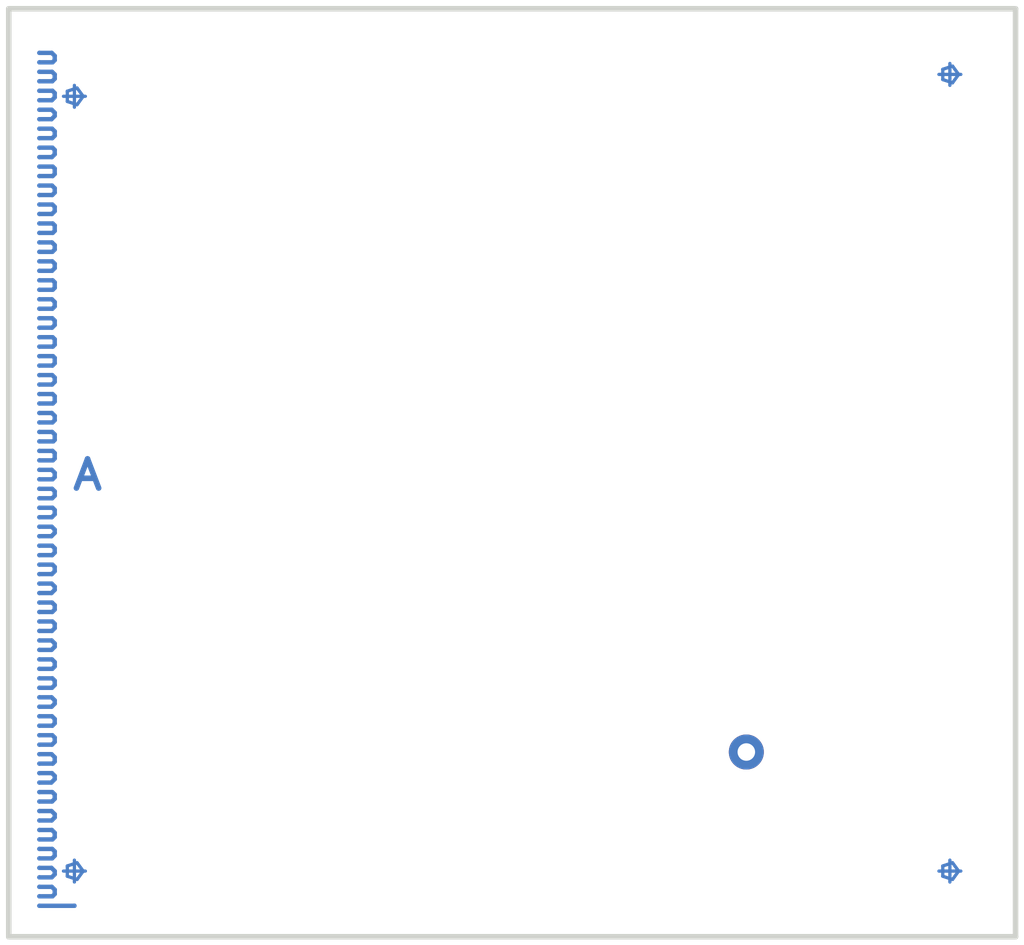
<source format=kicad_pcb>
(kicad_pcb (version 20171130) (host pcbnew "(5.1.10)-1")

  (general
    (thickness 1.6)
    (drawings 457)
    (tracks 355)
    (zones 0)
    (modules 0)
    (nets 1)
  )

  (page A4)
  (layers
    (0 F.Cu signal)
    (31 B.Cu signal)
    (32 B.Adhes user)
    (33 F.Adhes user)
    (34 B.Paste user)
    (35 F.Paste user)
    (36 B.SilkS user)
    (37 F.SilkS user)
    (38 B.Mask user)
    (39 F.Mask user hide)
    (40 Dwgs.User user)
    (41 Cmts.User user)
    (42 Eco1.User user)
    (43 Eco2.User user)
    (44 Edge.Cuts user)
  )

  (setup
    (last_trace_width 0.25)
    (trace_clearance 0.2)
    (zone_clearance 0.508)
    (zone_45_only no)
    (trace_min 0.2)
    (via_size 0.8)
    (via_drill 0.4)
    (via_min_size 0.4)
    (via_min_drill 0.3)
    (uvia_size 0.3)
    (uvia_drill 0.1)
    (uvias_allowed no)
    (uvia_min_size 0.2)
    (uvia_min_drill 0.1)
    (edge_width 0.05)
    (segment_width 0.2)
    (pcb_text_width 0.3)
    (pcb_text_size 1.5 1.5)
    (mod_edge_width 0.12)
    (mod_text_size 1 1)
    (mod_text_width 0.15)
    (pad_size 1.524 1.524)
    (pad_drill 0.762)
    (pad_to_mask_clearance 0)
    (aux_axis_origin 0 0)
    (visible_elements FFFFFF7F)
    (pcbplotparams
      (layerselection 0x010fc_ffffffff)
      (usegerberextensions false)
      (usegerberattributes true)
      (usegerberadvancedattributes true)
      (creategerberjobfile true)
      (excludeedgelayer true)
      (linewidth 0.100000)
      (plotframeref false)
      (viasonmask false)
      (mode 1)
      (useauxorigin false)
      (hpglpennumber 1)
      (hpglpenspeed 20)
      (hpglpendiameter 15.000000)
      (psnegative false)
      (psa4output false)
      (plotreference true)
      (plotvalue true)
      (plotinvisibletext false)
      (padsonsilk false)
      (subtractmaskfromsilk false)
      (outputformat 1)
      (mirror false)
      (drillshape 1)
      (scaleselection 1)
      (outputdirectory ""))
  )

  (net 0 "")

  (net_class Default "This is the default net class."
    (clearance 0.2)
    (trace_width 0.25)
    (via_dia 0.8)
    (via_drill 0.4)
    (uvia_dia 0.3)
    (uvia_drill 0.1)
  )

  (gr_line (start 60.054 -50.054) (end 82.946 -50.054) (layer B.Mask) (width 0.254))
  (gr_line (start 60.054 -50.18) (end 82.946 -50.18) (layer B.Mask) (width 0.254))
  (gr_line (start 60.054 -50.306) (end 82.946 -50.306) (layer B.Mask) (width 0.254))
  (gr_line (start 60.054 -50.432) (end 82.946 -50.432) (layer B.Mask) (width 0.254))
  (gr_line (start 60.054 -50.559) (end 82.946 -50.559) (layer B.Mask) (width 0.254))
  (gr_line (start 60.054 -50.685) (end 82.946 -50.685) (layer B.Mask) (width 0.254))
  (gr_line (start 60.054 -50.811) (end 82.946 -50.811) (layer B.Mask) (width 0.254))
  (gr_line (start 60.054 -50.938) (end 82.946 -50.938) (layer B.Mask) (width 0.254))
  (gr_line (start 60.054 -51.064) (end 82.946 -51.064) (layer B.Mask) (width 0.254))
  (gr_line (start 60.054 -51.19) (end 82.946 -51.19) (layer B.Mask) (width 0.254))
  (gr_line (start 60.054 -51.316) (end 82.946 -51.316) (layer B.Mask) (width 0.254))
  (gr_line (start 60.054 -51.443) (end 82.946 -51.443) (layer B.Mask) (width 0.254))
  (gr_line (start 60.054 -51.569) (end 82.946 -51.569) (layer B.Mask) (width 0.254))
  (gr_line (start 60.054 -51.695) (end 82.946 -51.695) (layer B.Mask) (width 0.254))
  (gr_line (start 60.054 -51.822) (end 82.946 -51.822) (layer B.Mask) (width 0.254))
  (gr_line (start 60.054 -51.948) (end 82.946 -51.948) (layer B.Mask) (width 0.254))
  (gr_line (start 60.054 -52.074) (end 82.946 -52.074) (layer B.Mask) (width 0.254))
  (gr_line (start 60.054 -52.2) (end 82.946 -52.2) (layer B.Mask) (width 0.254))
  (gr_line (start 60.054 -52.327) (end 82.946 -52.327) (layer B.Mask) (width 0.254))
  (gr_line (start 60.054 -52.453) (end 82.946 -52.453) (layer B.Mask) (width 0.254))
  (gr_line (start 60.054 -52.579) (end 82.946 -52.579) (layer B.Mask) (width 0.254))
  (gr_line (start 60.054 -52.706) (end 82.946 -52.706) (layer B.Mask) (width 0.254))
  (gr_line (start 60.054 -52.832) (end 82.946 -52.832) (layer B.Mask) (width 0.254))
  (gr_line (start 60.054 -52.958) (end 82.946 -52.958) (layer B.Mask) (width 0.254))
  (gr_line (start 60.054 -53.084) (end 82.946 -53.084) (layer B.Mask) (width 0.254))
  (gr_line (start 60.054 -53.211) (end 82.946 -53.211) (layer B.Mask) (width 0.254))
  (gr_line (start 60.054 -53.337) (end 82.946 -53.337) (layer B.Mask) (width 0.254))
  (gr_line (start 60.054 -53.463) (end 82.946 -53.463) (layer B.Mask) (width 0.254))
  (gr_line (start 60.054 -53.59) (end 82.946 -53.59) (layer B.Mask) (width 0.254))
  (gr_line (start 60.054 -53.716) (end 82.946 -53.716) (layer B.Mask) (width 0.254))
  (gr_line (start 60.054 -53.842) (end 82.946 -53.842) (layer B.Mask) (width 0.254))
  (gr_line (start 60.054 -53.968) (end 82.946 -53.968) (layer B.Mask) (width 0.254))
  (gr_line (start 60.054 -54.095) (end 82.946 -54.095) (layer B.Mask) (width 0.254))
  (gr_line (start 60.054 -54.221) (end 82.946 -54.221) (layer B.Mask) (width 0.254))
  (gr_line (start 60.054 -54.347) (end 82.946 -54.347) (layer B.Mask) (width 0.254))
  (gr_line (start 60.054 -54.474) (end 82.946 -54.474) (layer B.Mask) (width 0.254))
  (gr_line (start 60.054 -54.6) (end 82.946 -54.6) (layer B.Mask) (width 0.254))
  (gr_line (start 60.054 -54.726) (end 82.946 -54.726) (layer B.Mask) (width 0.254))
  (gr_line (start 60.054 -54.853) (end 82.946 -54.853) (layer B.Mask) (width 0.254))
  (gr_line (start 60.054 -54.979) (end 82.946 -54.979) (layer B.Mask) (width 0.254))
  (gr_line (start 60.054 -55.105) (end 82.946 -55.105) (layer B.Mask) (width 0.254))
  (gr_line (start 60.054 -55.231) (end 82.946 -55.231) (layer B.Mask) (width 0.254))
  (gr_line (start 60.054 -55.358) (end 82.946 -55.358) (layer B.Mask) (width 0.254))
  (gr_line (start 60.054 -55.484) (end 82.946 -55.484) (layer B.Mask) (width 0.254))
  (gr_line (start 60.054 -55.61) (end 82.946 -55.61) (layer B.Mask) (width 0.254))
  (gr_line (start 60.054 -55.737) (end 82.946 -55.737) (layer B.Mask) (width 0.254))
  (gr_line (start 60.054 -55.863) (end 82.946 -55.863) (layer B.Mask) (width 0.254))
  (gr_line (start 60.054 -55.989) (end 82.946 -55.989) (layer B.Mask) (width 0.254))
  (gr_line (start 60.054 -56.115) (end 82.946 -56.115) (layer B.Mask) (width 0.254))
  (gr_line (start 60.054 -56.242) (end 82.946 -56.242) (layer B.Mask) (width 0.254))
  (gr_line (start 60.054 -56.368) (end 82.946 -56.368) (layer B.Mask) (width 0.254))
  (gr_line (start 60.054 -56.494) (end 82.946 -56.494) (layer B.Mask) (width 0.254))
  (gr_line (start 60.054 -56.621) (end 82.946 -56.621) (layer B.Mask) (width 0.254))
  (gr_line (start 60.054 -56.747) (end 82.946 -56.747) (layer B.Mask) (width 0.254))
  (gr_line (start 60.054 -56.873) (end 82.946 -56.873) (layer B.Mask) (width 0.254))
  (gr_line (start 60.054 -56.999) (end 82.946 -56.999) (layer B.Mask) (width 0.254))
  (gr_line (start 60.054 -57.126) (end 82.946 -57.126) (layer B.Mask) (width 0.254))
  (gr_line (start 60.054 -57.252) (end 82.946 -57.252) (layer B.Mask) (width 0.254))
  (gr_line (start 60.054 -57.378) (end 82.946 -57.378) (layer B.Mask) (width 0.254))
  (gr_line (start 60.054 -57.505) (end 82.946 -57.505) (layer B.Mask) (width 0.254))
  (gr_line (start 60.054 -57.631) (end 82.946 -57.631) (layer B.Mask) (width 0.254))
  (gr_line (start 60.054 -57.757) (end 82.946 -57.757) (layer B.Mask) (width 0.254))
  (gr_line (start 60.054 -57.883) (end 82.946 -57.883) (layer B.Mask) (width 0.254))
  (gr_line (start 60.054 -58.01) (end 82.946 -58.01) (layer B.Mask) (width 0.254))
  (gr_line (start 60.054 -58.136) (end 82.946 -58.136) (layer B.Mask) (width 0.254))
  (gr_line (start 60.054 -58.262) (end 82.946 -58.262) (layer B.Mask) (width 0.254))
  (gr_line (start 60.054 -58.389) (end 82.946 -58.389) (layer B.Mask) (width 0.254))
  (gr_line (start 60.054 -58.515) (end 82.946 -58.515) (layer B.Mask) (width 0.254))
  (gr_line (start 60.054 -58.641) (end 82.946 -58.641) (layer B.Mask) (width 0.254))
  (gr_line (start 60.054 -58.768) (end 82.946 -58.768) (layer B.Mask) (width 0.254))
  (gr_line (start 60.054 -58.894) (end 82.946 -58.894) (layer B.Mask) (width 0.254))
  (gr_line (start 60.054 -59.02) (end 82.946 -59.02) (layer B.Mask) (width 0.254))
  (gr_line (start 60.054 -59.146) (end 82.946 -59.146) (layer B.Mask) (width 0.254))
  (gr_line (start 60.054 -59.273) (end 82.946 -59.273) (layer B.Mask) (width 0.254))
  (gr_line (start 60.054 -59.399) (end 82.946 -59.399) (layer B.Mask) (width 0.254))
  (gr_line (start 60.054 -59.525) (end 82.946 -59.525) (layer B.Mask) (width 0.254))
  (gr_line (start 60.054 -59.652) (end 82.946 -59.652) (layer B.Mask) (width 0.254))
  (gr_line (start 60.054 -59.778) (end 82.946 -59.778) (layer B.Mask) (width 0.254))
  (gr_line (start 60.054 -59.904) (end 82.946 -59.904) (layer B.Mask) (width 0.254))
  (gr_line (start 60.054 -60.03) (end 82.946 -60.03) (layer B.Mask) (width 0.254))
  (gr_line (start 60.054 -60.157) (end 82.946 -60.157) (layer B.Mask) (width 0.254))
  (gr_line (start 60.054 -60.283) (end 82.946 -60.283) (layer B.Mask) (width 0.254))
  (gr_line (start 60.054 -60.409) (end 82.946 -60.409) (layer B.Mask) (width 0.254))
  (gr_line (start 60.054 -60.536) (end 82.946 -60.536) (layer B.Mask) (width 0.254))
  (gr_line (start 60.054 -60.662) (end 82.946 -60.662) (layer B.Mask) (width 0.254))
  (gr_line (start 60.054 -60.788) (end 82.946 -60.788) (layer B.Mask) (width 0.254))
  (gr_line (start 60.054 -60.914) (end 82.946 -60.914) (layer B.Mask) (width 0.254))
  (gr_line (start 60.054 -61.041) (end 82.946 -61.041) (layer B.Mask) (width 0.254))
  (gr_line (start 60.054 -61.167) (end 82.946 -61.167) (layer B.Mask) (width 0.254))
  (gr_line (start 60.054 -61.293) (end 82.946 -61.293) (layer B.Mask) (width 0.254))
  (gr_line (start 60.054 -61.42) (end 82.946 -61.42) (layer B.Mask) (width 0.254))
  (gr_line (start 60.054 -61.546) (end 82.946 -61.546) (layer B.Mask) (width 0.254))
  (gr_line (start 60.054 -61.672) (end 82.946 -61.672) (layer B.Mask) (width 0.254))
  (gr_line (start 60.054 -61.798) (end 82.946 -61.798) (layer B.Mask) (width 0.254))
  (gr_line (start 60.054 -61.925) (end 82.946 -61.925) (layer B.Mask) (width 0.254))
  (gr_line (start 60.054 -62.051) (end 82.946 -62.051) (layer B.Mask) (width 0.254))
  (gr_line (start 60.054 -62.177) (end 82.946 -62.177) (layer B.Mask) (width 0.254))
  (gr_line (start 60.054 -62.304) (end 82.946 -62.304) (layer B.Mask) (width 0.254))
  (gr_line (start 60.054 -62.43) (end 82.946 -62.43) (layer B.Mask) (width 0.254))
  (gr_line (start 60.054 -62.556) (end 82.946 -62.556) (layer B.Mask) (width 0.254))
  (gr_line (start 60.054 -62.683) (end 82.946 -62.683) (layer B.Mask) (width 0.254))
  (gr_line (start 60.054 -62.809) (end 82.946 -62.809) (layer B.Mask) (width 0.254))
  (gr_line (start 60.054 -62.935) (end 82.946 -62.935) (layer B.Mask) (width 0.254))
  (gr_line (start 60.054 -63.061) (end 82.946 -63.061) (layer B.Mask) (width 0.254))
  (gr_line (start 60.054 -63.188) (end 82.946 -63.188) (layer B.Mask) (width 0.254))
  (gr_line (start 60.054 -63.314) (end 82.946 -63.314) (layer B.Mask) (width 0.254))
  (gr_line (start 60.054 -63.44) (end 82.946 -63.44) (layer B.Mask) (width 0.254))
  (gr_line (start 60.054 -63.567) (end 82.946 -63.567) (layer B.Mask) (width 0.254))
  (gr_line (start 60.054 -63.693) (end 82.946 -63.693) (layer B.Mask) (width 0.254))
  (gr_line (start 60.054 -63.819) (end 82.946 -63.819) (layer B.Mask) (width 0.254))
  (gr_line (start 60.054 -63.945) (end 82.946 -63.945) (layer B.Mask) (width 0.254))
  (gr_line (start 60.054 -64.072) (end 82.946 -64.072) (layer B.Mask) (width 0.254))
  (gr_line (start 60.054 -64.198) (end 82.946 -64.198) (layer B.Mask) (width 0.254))
  (gr_line (start 60.054 -64.324) (end 82.946 -64.324) (layer B.Mask) (width 0.254))
  (gr_line (start 60.054 -64.451) (end 82.946 -64.451) (layer B.Mask) (width 0.254))
  (gr_line (start 60.054 -64.577) (end 82.946 -64.577) (layer B.Mask) (width 0.254))
  (gr_line (start 60.054 -64.703) (end 82.946 -64.703) (layer B.Mask) (width 0.254))
  (gr_line (start 60.054 -64.829) (end 82.946 -64.829) (layer B.Mask) (width 0.254))
  (gr_line (start 60.054 -64.956) (end 82.946 -64.956) (layer B.Mask) (width 0.254))
  (gr_line (start 60.054 -65.082) (end 82.946 -65.082) (layer B.Mask) (width 0.254))
  (gr_line (start 60.054 -65.208) (end 82.946 -65.208) (layer B.Mask) (width 0.254))
  (gr_line (start 60.054 -65.335) (end 82.946 -65.335) (layer B.Mask) (width 0.254))
  (gr_line (start 60.054 -65.461) (end 82.946 -65.461) (layer B.Mask) (width 0.254))
  (gr_line (start 60.054 -65.587) (end 82.946 -65.587) (layer B.Mask) (width 0.254))
  (gr_line (start 60.054 -65.713) (end 82.946 -65.713) (layer B.Mask) (width 0.254))
  (gr_line (start 60.054 -65.84) (end 82.946 -65.84) (layer B.Mask) (width 0.254))
  (gr_line (start 60.054 -65.966) (end 82.946 -65.966) (layer B.Mask) (width 0.254))
  (gr_line (start 60.054 -66.092) (end 82.946 -66.092) (layer B.Mask) (width 0.254))
  (gr_line (start 60.054 -66.219) (end 82.946 -66.219) (layer B.Mask) (width 0.254))
  (gr_line (start 60.054 -66.345) (end 82.946 -66.345) (layer B.Mask) (width 0.254))
  (gr_line (start 60.054 -66.471) (end 82.946 -66.471) (layer B.Mask) (width 0.254))
  (gr_line (start 60.054 -66.597) (end 82.946 -66.597) (layer B.Mask) (width 0.254))
  (gr_line (start 60.054 -66.724) (end 82.946 -66.724) (layer B.Mask) (width 0.254))
  (gr_line (start 60.054 -66.85) (end 82.946 -66.85) (layer B.Mask) (width 0.254))
  (gr_line (start 60.054 -66.976) (end 82.946 -66.976) (layer B.Mask) (width 0.254))
  (gr_line (start 60.054 -67.103) (end 82.946 -67.103) (layer B.Mask) (width 0.254))
  (gr_line (start 60.054 -67.229) (end 82.946 -67.229) (layer B.Mask) (width 0.254))
  (gr_line (start 60.054 -67.355) (end 82.946 -67.355) (layer B.Mask) (width 0.254))
  (gr_line (start 60.054 -67.482) (end 82.946 -67.482) (layer B.Mask) (width 0.254))
  (gr_line (start 60.054 -67.608) (end 82.946 -67.608) (layer B.Mask) (width 0.254))
  (gr_line (start 60.054 -67.734) (end 82.946 -67.734) (layer B.Mask) (width 0.254))
  (gr_line (start 60.054 -67.86) (end 82.946 -67.86) (layer B.Mask) (width 0.254))
  (gr_line (start 60.054 -67.987) (end 82.946 -67.987) (layer B.Mask) (width 0.254))
  (gr_line (start 60.054 -68.113) (end 82.946 -68.113) (layer B.Mask) (width 0.254))
  (gr_line (start 60.054 -68.239) (end 82.946 -68.239) (layer B.Mask) (width 0.254))
  (gr_line (start 60.054 -68.366) (end 82.946 -68.366) (layer B.Mask) (width 0.254))
  (gr_line (start 60.054 -68.492) (end 82.946 -68.492) (layer B.Mask) (width 0.254))
  (gr_line (start 60.054 -68.618) (end 82.946 -68.618) (layer B.Mask) (width 0.254))
  (gr_line (start 60.054 -68.744) (end 82.946 -68.744) (layer B.Mask) (width 0.254))
  (gr_line (start 60.054 -68.871) (end 82.946 -68.871) (layer B.Mask) (width 0.254))
  (gr_line (start 60.054 -68.997) (end 82.946 -68.997) (layer B.Mask) (width 0.254))
  (gr_line (start 60.054 -69.123) (end 82.946 -69.123) (layer B.Mask) (width 0.254))
  (gr_line (start 60.054 -69.25) (end 82.946 -69.25) (layer B.Mask) (width 0.254))
  (gr_line (start 60.054 -69.376) (end 82.946 -69.376) (layer B.Mask) (width 0.254))
  (gr_line (start 60.054 -69.502) (end 82.946 -69.502) (layer B.Mask) (width 0.254))
  (gr_line (start 60.054 -69.628) (end 82.946 -69.628) (layer B.Mask) (width 0.254))
  (gr_line (start 60.054 -69.755) (end 82.946 -69.755) (layer B.Mask) (width 0.254))
  (gr_line (start 60.054 -69.881) (end 82.946 -69.881) (layer B.Mask) (width 0.254))
  (gr_line (start 60.054 -70.007) (end 82.946 -70.007) (layer B.Mask) (width 0.254))
  (gr_line (start 60.054 -70.134) (end 82.946 -70.134) (layer B.Mask) (width 0.254))
  (gr_line (start 60.054 -70.26) (end 82.946 -70.26) (layer B.Mask) (width 0.254))
  (gr_line (start 60.054 -70.386) (end 82.946 -70.386) (layer B.Mask) (width 0.254))
  (gr_line (start 60.054 -70.512) (end 82.946 -70.512) (layer B.Mask) (width 0.254))
  (gr_line (start 60.054 -70.639) (end 82.946 -70.639) (layer B.Mask) (width 0.254))
  (gr_line (start 60.054 -70.765) (end 82.946 -70.765) (layer B.Mask) (width 0.254))
  (gr_line (start 60.054 -70.891) (end 82.946 -70.891) (layer B.Mask) (width 0.254))
  (gr_line (start 60.054 -71.018) (end 82.946 -71.018) (layer B.Mask) (width 0.254))
  (gr_line (start 60.054 -71.144) (end 82.946 -71.144) (layer B.Mask) (width 0.254))
  (gr_line (start 83.073 -71.273) (end 59.927 -71.273) (layer B.Mask) (width 0.254))
  (gr_line (start 59.927 -71.273) (end 59.927 -49.927) (layer B.Mask) (width 0.254))
  (gr_line (start 59.927 -49.927) (end 83.073 -49.927) (layer B.Mask) (width 0.254))
  (gr_line (start 83.073 -49.927) (end 83.073 -71.273) (layer B.Mask) (width 0.254))
  (gr_line (start 60 -71.2) (end 60 -50) (layer Edge.Cuts) (width 0.127))
  (gr_line (start 60 -50) (end 83 -50) (layer Edge.Cuts) (width 0.127))
  (gr_line (start 83 -50) (end 83 -71.2) (layer Edge.Cuts) (width 0.127))
  (gr_line (start 83 -71.2) (end 60 -71.2) (layer Edge.Cuts) (width 0.127))
  (gr_line (start 60.054 -50.054) (end 82.946 -50.054) (layer F.Mask) (width 0.254))
  (gr_line (start 60.054 -50.18) (end 82.946 -50.18) (layer F.Mask) (width 0.254))
  (gr_line (start 60.054 -50.306) (end 82.946 -50.306) (layer F.Mask) (width 0.254))
  (gr_line (start 60.054 -50.432) (end 82.946 -50.432) (layer F.Mask) (width 0.254))
  (gr_line (start 60.054 -50.559) (end 82.946 -50.559) (layer F.Mask) (width 0.254))
  (gr_line (start 60.054 -50.685) (end 82.946 -50.685) (layer F.Mask) (width 0.254))
  (gr_line (start 60.054 -50.811) (end 82.946 -50.811) (layer F.Mask) (width 0.254))
  (gr_line (start 60.054 -50.938) (end 82.946 -50.938) (layer F.Mask) (width 0.254))
  (gr_line (start 60.054 -51.064) (end 82.946 -51.064) (layer F.Mask) (width 0.254))
  (gr_line (start 60.054 -51.19) (end 82.946 -51.19) (layer F.Mask) (width 0.254))
  (gr_line (start 60.054 -51.316) (end 82.946 -51.316) (layer F.Mask) (width 0.254))
  (gr_line (start 60.054 -51.443) (end 82.946 -51.443) (layer F.Mask) (width 0.254))
  (gr_line (start 60.054 -51.569) (end 82.946 -51.569) (layer F.Mask) (width 0.254))
  (gr_line (start 60.054 -51.695) (end 82.946 -51.695) (layer F.Mask) (width 0.254))
  (gr_line (start 60.054 -51.822) (end 82.946 -51.822) (layer F.Mask) (width 0.254))
  (gr_line (start 60.054 -51.948) (end 82.946 -51.948) (layer F.Mask) (width 0.254))
  (gr_line (start 60.054 -52.074) (end 82.946 -52.074) (layer F.Mask) (width 0.254))
  (gr_line (start 60.054 -52.2) (end 82.946 -52.2) (layer F.Mask) (width 0.254))
  (gr_line (start 60.054 -52.327) (end 82.946 -52.327) (layer F.Mask) (width 0.254))
  (gr_line (start 60.054 -52.453) (end 82.946 -52.453) (layer F.Mask) (width 0.254))
  (gr_line (start 60.054 -52.579) (end 82.946 -52.579) (layer F.Mask) (width 0.254))
  (gr_line (start 60.054 -52.706) (end 82.946 -52.706) (layer F.Mask) (width 0.254))
  (gr_line (start 60.054 -52.832) (end 82.946 -52.832) (layer F.Mask) (width 0.254))
  (gr_line (start 60.054 -52.958) (end 82.946 -52.958) (layer F.Mask) (width 0.254))
  (gr_line (start 60.054 -53.084) (end 82.946 -53.084) (layer F.Mask) (width 0.254))
  (gr_line (start 60.054 -53.211) (end 82.946 -53.211) (layer F.Mask) (width 0.254))
  (gr_line (start 60.054 -53.337) (end 82.946 -53.337) (layer F.Mask) (width 0.254))
  (gr_line (start 60.054 -53.463) (end 82.946 -53.463) (layer F.Mask) (width 0.254))
  (gr_line (start 60.054 -53.59) (end 82.946 -53.59) (layer F.Mask) (width 0.254))
  (gr_line (start 60.054 -53.716) (end 82.946 -53.716) (layer F.Mask) (width 0.254))
  (gr_line (start 60.054 -53.842) (end 82.946 -53.842) (layer F.Mask) (width 0.254))
  (gr_line (start 60.054 -53.968) (end 82.946 -53.968) (layer F.Mask) (width 0.254))
  (gr_line (start 60.054 -54.095) (end 82.946 -54.095) (layer F.Mask) (width 0.254))
  (gr_line (start 60.054 -54.221) (end 82.946 -54.221) (layer F.Mask) (width 0.254))
  (gr_line (start 60.054 -54.347) (end 82.946 -54.347) (layer F.Mask) (width 0.254))
  (gr_line (start 60.054 -54.474) (end 82.946 -54.474) (layer F.Mask) (width 0.254))
  (gr_line (start 60.054 -54.6) (end 82.946 -54.6) (layer F.Mask) (width 0.254))
  (gr_line (start 60.054 -54.726) (end 82.946 -54.726) (layer F.Mask) (width 0.254))
  (gr_line (start 60.054 -54.853) (end 82.946 -54.853) (layer F.Mask) (width 0.254))
  (gr_line (start 60.054 -54.979) (end 82.946 -54.979) (layer F.Mask) (width 0.254))
  (gr_line (start 60.054 -55.105) (end 82.946 -55.105) (layer F.Mask) (width 0.254))
  (gr_line (start 60.054 -55.231) (end 82.946 -55.231) (layer F.Mask) (width 0.254))
  (gr_line (start 60.054 -55.358) (end 82.946 -55.358) (layer F.Mask) (width 0.254))
  (gr_line (start 60.054 -55.484) (end 82.946 -55.484) (layer F.Mask) (width 0.254))
  (gr_line (start 60.054 -55.61) (end 82.946 -55.61) (layer F.Mask) (width 0.254))
  (gr_line (start 60.054 -55.737) (end 82.946 -55.737) (layer F.Mask) (width 0.254))
  (gr_line (start 60.054 -55.863) (end 82.946 -55.863) (layer F.Mask) (width 0.254))
  (gr_line (start 60.054 -55.989) (end 82.946 -55.989) (layer F.Mask) (width 0.254))
  (gr_line (start 60.054 -56.115) (end 82.946 -56.115) (layer F.Mask) (width 0.254))
  (gr_line (start 60.054 -56.242) (end 82.946 -56.242) (layer F.Mask) (width 0.254))
  (gr_line (start 60.054 -56.368) (end 82.946 -56.368) (layer F.Mask) (width 0.254))
  (gr_line (start 60.054 -56.494) (end 82.946 -56.494) (layer F.Mask) (width 0.254))
  (gr_line (start 60.054 -56.621) (end 82.946 -56.621) (layer F.Mask) (width 0.254))
  (gr_line (start 60.054 -56.747) (end 82.946 -56.747) (layer F.Mask) (width 0.254))
  (gr_line (start 60.054 -56.873) (end 82.946 -56.873) (layer F.Mask) (width 0.254))
  (gr_line (start 60.054 -56.999) (end 82.946 -56.999) (layer F.Mask) (width 0.254))
  (gr_line (start 60.054 -57.126) (end 82.946 -57.126) (layer F.Mask) (width 0.254))
  (gr_line (start 60.054 -57.252) (end 82.946 -57.252) (layer F.Mask) (width 0.254))
  (gr_line (start 60.054 -57.378) (end 82.946 -57.378) (layer F.Mask) (width 0.254))
  (gr_line (start 60.054 -57.505) (end 82.946 -57.505) (layer F.Mask) (width 0.254))
  (gr_line (start 60.054 -57.631) (end 82.946 -57.631) (layer F.Mask) (width 0.254))
  (gr_line (start 60.054 -57.757) (end 82.946 -57.757) (layer F.Mask) (width 0.254))
  (gr_line (start 60.054 -57.883) (end 82.946 -57.883) (layer F.Mask) (width 0.254))
  (gr_line (start 60.054 -58.01) (end 82.946 -58.01) (layer F.Mask) (width 0.254))
  (gr_line (start 60.054 -58.136) (end 82.946 -58.136) (layer F.Mask) (width 0.254))
  (gr_line (start 60.054 -58.262) (end 82.946 -58.262) (layer F.Mask) (width 0.254))
  (gr_line (start 60.054 -58.389) (end 82.946 -58.389) (layer F.Mask) (width 0.254))
  (gr_line (start 60.054 -58.515) (end 82.946 -58.515) (layer F.Mask) (width 0.254))
  (gr_line (start 60.054 -58.641) (end 82.946 -58.641) (layer F.Mask) (width 0.254))
  (gr_line (start 60.054 -58.768) (end 82.946 -58.768) (layer F.Mask) (width 0.254))
  (gr_line (start 60.054 -58.894) (end 82.946 -58.894) (layer F.Mask) (width 0.254))
  (gr_line (start 60.054 -59.02) (end 82.946 -59.02) (layer F.Mask) (width 0.254))
  (gr_line (start 60.054 -59.146) (end 82.946 -59.146) (layer F.Mask) (width 0.254))
  (gr_line (start 60.054 -59.273) (end 82.946 -59.273) (layer F.Mask) (width 0.254))
  (gr_line (start 60.054 -59.399) (end 82.946 -59.399) (layer F.Mask) (width 0.254))
  (gr_line (start 60.054 -59.525) (end 82.946 -59.525) (layer F.Mask) (width 0.254))
  (gr_line (start 60.054 -59.652) (end 82.946 -59.652) (layer F.Mask) (width 0.254))
  (gr_line (start 60.054 -59.778) (end 82.946 -59.778) (layer F.Mask) (width 0.254))
  (gr_line (start 60.054 -59.904) (end 82.946 -59.904) (layer F.Mask) (width 0.254))
  (gr_line (start 60.054 -60.03) (end 82.946 -60.03) (layer F.Mask) (width 0.254))
  (gr_line (start 60.054 -60.157) (end 82.946 -60.157) (layer F.Mask) (width 0.254))
  (gr_line (start 60.054 -60.283) (end 82.946 -60.283) (layer F.Mask) (width 0.254))
  (gr_line (start 60.054 -60.409) (end 82.946 -60.409) (layer F.Mask) (width 0.254))
  (gr_line (start 60.054 -60.536) (end 82.946 -60.536) (layer F.Mask) (width 0.254))
  (gr_line (start 60.054 -60.662) (end 82.946 -60.662) (layer F.Mask) (width 0.254))
  (gr_line (start 60.054 -60.788) (end 82.946 -60.788) (layer F.Mask) (width 0.254))
  (gr_line (start 60.054 -60.914) (end 82.946 -60.914) (layer F.Mask) (width 0.254))
  (gr_line (start 60.054 -61.041) (end 82.946 -61.041) (layer F.Mask) (width 0.254))
  (gr_line (start 60.054 -61.167) (end 82.946 -61.167) (layer F.Mask) (width 0.254))
  (gr_line (start 60.054 -61.293) (end 82.946 -61.293) (layer F.Mask) (width 0.254))
  (gr_line (start 60.054 -61.42) (end 82.946 -61.42) (layer F.Mask) (width 0.254))
  (gr_line (start 60.054 -61.546) (end 82.946 -61.546) (layer F.Mask) (width 0.254))
  (gr_line (start 60.054 -61.672) (end 82.946 -61.672) (layer F.Mask) (width 0.254))
  (gr_line (start 60.054 -61.798) (end 82.946 -61.798) (layer F.Mask) (width 0.254))
  (gr_line (start 60.054 -61.925) (end 82.946 -61.925) (layer F.Mask) (width 0.254))
  (gr_line (start 60.054 -62.051) (end 82.946 -62.051) (layer F.Mask) (width 0.254))
  (gr_line (start 60.054 -62.177) (end 82.946 -62.177) (layer F.Mask) (width 0.254))
  (gr_line (start 60.054 -62.304) (end 82.946 -62.304) (layer F.Mask) (width 0.254))
  (gr_line (start 60.054 -62.43) (end 82.946 -62.43) (layer F.Mask) (width 0.254))
  (gr_line (start 60.054 -62.556) (end 82.946 -62.556) (layer F.Mask) (width 0.254))
  (gr_line (start 60.054 -62.683) (end 82.946 -62.683) (layer F.Mask) (width 0.254))
  (gr_line (start 60.054 -62.809) (end 82.946 -62.809) (layer F.Mask) (width 0.254))
  (gr_line (start 60.054 -62.935) (end 82.946 -62.935) (layer F.Mask) (width 0.254))
  (gr_line (start 60.054 -63.061) (end 82.946 -63.061) (layer F.Mask) (width 0.254))
  (gr_line (start 60.054 -63.188) (end 82.946 -63.188) (layer F.Mask) (width 0.254))
  (gr_line (start 60.054 -63.314) (end 82.946 -63.314) (layer F.Mask) (width 0.254))
  (gr_line (start 60.054 -63.44) (end 82.946 -63.44) (layer F.Mask) (width 0.254))
  (gr_line (start 60.054 -63.567) (end 82.946 -63.567) (layer F.Mask) (width 0.254))
  (gr_line (start 60.054 -63.693) (end 82.946 -63.693) (layer F.Mask) (width 0.254))
  (gr_line (start 60.054 -63.819) (end 82.946 -63.819) (layer F.Mask) (width 0.254))
  (gr_line (start 60.054 -63.945) (end 82.946 -63.945) (layer F.Mask) (width 0.254))
  (gr_line (start 60.054 -64.072) (end 82.946 -64.072) (layer F.Mask) (width 0.254))
  (gr_line (start 60.054 -64.198) (end 82.946 -64.198) (layer F.Mask) (width 0.254))
  (gr_line (start 60.054 -64.324) (end 82.946 -64.324) (layer F.Mask) (width 0.254))
  (gr_line (start 60.054 -64.451) (end 82.946 -64.451) (layer F.Mask) (width 0.254))
  (gr_line (start 60.054 -64.577) (end 82.946 -64.577) (layer F.Mask) (width 0.254))
  (gr_line (start 60.054 -64.703) (end 82.946 -64.703) (layer F.Mask) (width 0.254))
  (gr_line (start 60.054 -64.829) (end 82.946 -64.829) (layer F.Mask) (width 0.254))
  (gr_line (start 60.054 -64.956) (end 82.946 -64.956) (layer F.Mask) (width 0.254))
  (gr_line (start 60.054 -65.082) (end 82.946 -65.082) (layer F.Mask) (width 0.254))
  (gr_line (start 60.054 -65.208) (end 82.946 -65.208) (layer F.Mask) (width 0.254))
  (gr_line (start 60.054 -65.335) (end 82.946 -65.335) (layer F.Mask) (width 0.254))
  (gr_line (start 60.054 -65.461) (end 82.946 -65.461) (layer F.Mask) (width 0.254))
  (gr_line (start 60.054 -65.587) (end 82.946 -65.587) (layer F.Mask) (width 0.254))
  (gr_line (start 60.054 -65.713) (end 82.946 -65.713) (layer F.Mask) (width 0.254))
  (gr_line (start 60.054 -65.84) (end 82.946 -65.84) (layer F.Mask) (width 0.254))
  (gr_line (start 60.054 -65.966) (end 82.946 -65.966) (layer F.Mask) (width 0.254))
  (gr_line (start 60.054 -66.092) (end 82.946 -66.092) (layer F.Mask) (width 0.254))
  (gr_line (start 60.054 -66.219) (end 82.946 -66.219) (layer F.Mask) (width 0.254))
  (gr_line (start 60.054 -66.345) (end 82.946 -66.345) (layer F.Mask) (width 0.254))
  (gr_line (start 60.054 -66.471) (end 82.946 -66.471) (layer F.Mask) (width 0.254))
  (gr_line (start 60.054 -66.597) (end 82.946 -66.597) (layer F.Mask) (width 0.254))
  (gr_line (start 60.054 -66.724) (end 82.946 -66.724) (layer F.Mask) (width 0.254))
  (gr_line (start 60.054 -66.85) (end 82.946 -66.85) (layer F.Mask) (width 0.254))
  (gr_line (start 60.054 -66.976) (end 82.946 -66.976) (layer F.Mask) (width 0.254))
  (gr_line (start 60.054 -67.103) (end 82.946 -67.103) (layer F.Mask) (width 0.254))
  (gr_line (start 60.054 -67.229) (end 82.946 -67.229) (layer F.Mask) (width 0.254))
  (gr_line (start 60.054 -67.355) (end 82.946 -67.355) (layer F.Mask) (width 0.254))
  (gr_line (start 60.054 -67.482) (end 82.946 -67.482) (layer F.Mask) (width 0.254))
  (gr_line (start 60.054 -67.608) (end 82.946 -67.608) (layer F.Mask) (width 0.254))
  (gr_line (start 60.054 -67.734) (end 82.946 -67.734) (layer F.Mask) (width 0.254))
  (gr_line (start 60.054 -67.86) (end 82.946 -67.86) (layer F.Mask) (width 0.254))
  (gr_line (start 60.054 -67.987) (end 82.946 -67.987) (layer F.Mask) (width 0.254))
  (gr_line (start 60.054 -68.113) (end 82.946 -68.113) (layer F.Mask) (width 0.254))
  (gr_line (start 60.054 -68.239) (end 82.946 -68.239) (layer F.Mask) (width 0.254))
  (gr_line (start 60.054 -68.366) (end 82.946 -68.366) (layer F.Mask) (width 0.254))
  (gr_line (start 60.054 -68.492) (end 82.946 -68.492) (layer F.Mask) (width 0.254))
  (gr_line (start 60.054 -68.618) (end 82.946 -68.618) (layer F.Mask) (width 0.254))
  (gr_line (start 60.054 -68.744) (end 82.946 -68.744) (layer F.Mask) (width 0.254))
  (gr_line (start 60.054 -68.871) (end 82.946 -68.871) (layer F.Mask) (width 0.254))
  (gr_line (start 60.054 -68.997) (end 82.946 -68.997) (layer F.Mask) (width 0.254))
  (gr_line (start 60.054 -69.123) (end 82.946 -69.123) (layer F.Mask) (width 0.254))
  (gr_line (start 60.054 -69.25) (end 82.946 -69.25) (layer F.Mask) (width 0.254))
  (gr_line (start 60.054 -69.376) (end 82.946 -69.376) (layer F.Mask) (width 0.254))
  (gr_line (start 60.054 -69.502) (end 82.946 -69.502) (layer F.Mask) (width 0.254))
  (gr_line (start 60.054 -69.628) (end 82.946 -69.628) (layer F.Mask) (width 0.254))
  (gr_line (start 60.054 -69.755) (end 82.946 -69.755) (layer F.Mask) (width 0.254))
  (gr_line (start 60.054 -69.881) (end 82.946 -69.881) (layer F.Mask) (width 0.254))
  (gr_line (start 60.054 -70.007) (end 82.946 -70.007) (layer F.Mask) (width 0.254))
  (gr_line (start 60.054 -70.134) (end 82.946 -70.134) (layer F.Mask) (width 0.254))
  (gr_line (start 60.054 -70.26) (end 82.946 -70.26) (layer F.Mask) (width 0.254))
  (gr_line (start 60.054 -70.386) (end 82.946 -70.386) (layer F.Mask) (width 0.254))
  (gr_line (start 60.054 -70.512) (end 82.946 -70.512) (layer F.Mask) (width 0.254))
  (gr_line (start 60.054 -70.639) (end 82.946 -70.639) (layer F.Mask) (width 0.254))
  (gr_line (start 60.054 -70.765) (end 82.946 -70.765) (layer F.Mask) (width 0.254))
  (gr_line (start 60.054 -70.891) (end 82.946 -70.891) (layer F.Mask) (width 0.254))
  (gr_line (start 60.054 -71.018) (end 82.946 -71.018) (layer F.Mask) (width 0.254))
  (gr_line (start 60.054 -71.144) (end 82.946 -71.144) (layer F.Mask) (width 0.254))
  (gr_line (start 83.073 -71.273) (end 59.927 -71.273) (layer F.Mask) (width 0.254))
  (gr_line (start 59.927 -71.273) (end 59.927 -49.927) (layer F.Mask) (width 0.254))
  (gr_line (start 59.927 -49.927) (end 83.073 -49.927) (layer F.Mask) (width 0.254))
  (gr_line (start 83.073 -49.927) (end 83.073 -71.273) (layer F.Mask) (width 0.254))
  (gr_line (start 61.5 -50.708) (end 61.5 -50.708) (layer F.Mask) (width 0.1))
  (gr_line (start 81.65 -51.5) (end 81.65 -51.5) (layer F.Mask) (width 0.3))
  (gr_line (start 81.65 -51.5) (end 81.5 -51.65) (layer F.Mask) (width 0.3))
  (gr_line (start 81.5 -51.65) (end 81.35 -51.5) (layer F.Mask) (width 0.3))
  (gr_line (start 81.35 -51.5) (end 81.5 -51.35) (layer F.Mask) (width 0.3))
  (gr_line (start 81.5 -51.35) (end 81.65 -51.5) (layer F.Mask) (width 0.3))
  (gr_line (start 81.65 -69.7) (end 81.5 -69.85) (layer F.Mask) (width 0.3))
  (gr_line (start 81.5 -69.85) (end 81.35 -69.7) (layer F.Mask) (width 0.3))
  (gr_line (start 81.35 -69.7) (end 81.5 -69.55) (layer F.Mask) (width 0.3))
  (gr_line (start 81.5 -69.55) (end 81.65 -69.7) (layer F.Mask) (width 0.3))
  (gr_line (start 61.65 -51.5) (end 61.5 -51.65) (layer F.Mask) (width 0.3))
  (gr_line (start 61.5 -51.65) (end 61.35 -51.5) (layer F.Mask) (width 0.3))
  (gr_line (start 61.35 -51.5) (end 61.5 -51.35) (layer F.Mask) (width 0.3))
  (gr_line (start 61.5 -51.35) (end 61.65 -51.5) (layer F.Mask) (width 0.3))
  (gr_line (start 61.65 -69.2) (end 61.5 -69.35) (layer F.Mask) (width 0.3))
  (gr_line (start 61.5 -69.35) (end 61.35 -69.2) (layer F.Mask) (width 0.3))
  (gr_line (start 61.35 -69.2) (end 61.5 -69.05) (layer F.Mask) (width 0.3))
  (gr_line (start 61.5 -69.05) (end 61.65 -69.2) (layer F.Mask) (width 0.3))
  (gr_line (start 60.7 -68.46) (end 60.7 -68.46) (layer F.Mask) (width 0.1))
  (gr_line (start 60.7 -68.677) (end 60.7 -68.677) (layer F.Mask) (width 0.1))
  (gr_line (start 60.7 -68.893) (end 60.7 -68.893) (layer F.Mask) (width 0.1))
  (gr_line (start 60.7 -69.11) (end 60.7 -69.11) (layer F.Mask) (width 0.1))
  (gr_line (start 60.7 -69.326) (end 60.7 -69.326) (layer F.Mask) (width 0.1))
  (gr_line (start 60.7 -69.543) (end 60.7 -69.543) (layer F.Mask) (width 0.1))
  (gr_line (start 60.7 -69.759) (end 60.7 -69.759) (layer F.Mask) (width 0.1))
  (gr_line (start 60.7 -69.976) (end 60.7 -69.976) (layer F.Mask) (width 0.1))
  (gr_line (start 60.7 -70.192) (end 60.7 -70.192) (layer F.Mask) (width 0.1))
  (gr_line (start 60.7 -60.883) (end 60.7 -60.883) (layer F.Mask) (width 0.1))
  (gr_line (start 60.7 -61.099) (end 60.7 -61.099) (layer F.Mask) (width 0.1))
  (gr_line (start 60.7 -61.316) (end 60.7 -61.316) (layer F.Mask) (width 0.1))
  (gr_line (start 60.7 -61.532) (end 60.7 -61.532) (layer F.Mask) (width 0.1))
  (gr_line (start 60.7 -61.749) (end 60.7 -61.749) (layer F.Mask) (width 0.1))
  (gr_line (start 60.7 -61.965) (end 60.7 -61.965) (layer F.Mask) (width 0.1))
  (gr_line (start 60.7 -62.182) (end 60.7 -62.182) (layer F.Mask) (width 0.1))
  (gr_line (start 60.7 -62.398) (end 60.7 -62.398) (layer F.Mask) (width 0.1))
  (gr_line (start 60.7 -62.615) (end 60.7 -62.615) (layer F.Mask) (width 0.1))
  (gr_line (start 60.7 -62.831) (end 60.7 -62.831) (layer F.Mask) (width 0.1))
  (gr_line (start 60.7 -63.048) (end 60.7 -63.048) (layer F.Mask) (width 0.1))
  (gr_line (start 60.7 -63.264) (end 60.7 -63.264) (layer F.Mask) (width 0.1))
  (gr_line (start 60.7 -63.481) (end 60.7 -63.481) (layer F.Mask) (width 0.1))
  (gr_line (start 60.7 -63.697) (end 60.7 -63.697) (layer F.Mask) (width 0.1))
  (gr_line (start 60.7 -63.914) (end 60.7 -63.914) (layer F.Mask) (width 0.1))
  (gr_line (start 60.7 -64.13) (end 60.7 -64.13) (layer F.Mask) (width 0.1))
  (gr_line (start 60.7 -64.347) (end 60.7 -64.347) (layer F.Mask) (width 0.1))
  (gr_line (start 60.7 -64.563) (end 60.7 -64.563) (layer F.Mask) (width 0.1))
  (gr_line (start 60.7 -64.78) (end 60.7 -64.78) (layer F.Mask) (width 0.1))
  (gr_line (start 60.7 -64.996) (end 60.7 -64.996) (layer F.Mask) (width 0.1))
  (gr_line (start 60.7 -65.213) (end 60.7 -65.213) (layer F.Mask) (width 0.1))
  (gr_line (start 60.7 -65.429) (end 60.7 -65.429) (layer F.Mask) (width 0.1))
  (gr_line (start 60.7 -65.646) (end 60.7 -65.646) (layer F.Mask) (width 0.1))
  (gr_line (start 60.7 -65.862) (end 60.7 -65.862) (layer F.Mask) (width 0.1))
  (gr_line (start 60.7 -66.079) (end 60.7 -66.079) (layer F.Mask) (width 0.1))
  (gr_line (start 60.7 -66.295) (end 60.7 -66.295) (layer F.Mask) (width 0.1))
  (gr_line (start 60.7 -66.512) (end 60.7 -66.512) (layer F.Mask) (width 0.1))
  (gr_line (start 60.7 -66.728) (end 60.7 -66.728) (layer F.Mask) (width 0.1))
  (gr_line (start 60.7 -66.945) (end 60.7 -66.945) (layer F.Mask) (width 0.1))
  (gr_line (start 60.7 -67.161) (end 60.7 -67.161) (layer F.Mask) (width 0.1))
  (gr_line (start 60.7 -67.378) (end 60.7 -67.378) (layer F.Mask) (width 0.1))
  (gr_line (start 60.7 -67.594) (end 60.7 -67.594) (layer F.Mask) (width 0.1))
  (gr_line (start 60.7 -67.811) (end 60.7 -67.811) (layer F.Mask) (width 0.1))
  (gr_line (start 60.7 -60.017) (end 60.7 -60.017) (layer F.Mask) (width 0.1))
  (gr_line (start 60.7 -59.8) (end 60.7 -59.8) (layer F.Mask) (width 0.1))
  (gr_line (start 60.7 -59.584) (end 60.7 -59.584) (layer F.Mask) (width 0.1))
  (gr_line (start 60.7 -59.367) (end 60.7 -59.367) (layer F.Mask) (width 0.1))
  (gr_line (start 60.7 -59.151) (end 60.7 -59.151) (layer F.Mask) (width 0.1))
  (gr_line (start 60.7 -58.934) (end 60.7 -58.934) (layer F.Mask) (width 0.1))
  (gr_line (start 60.7 -58.718) (end 60.7 -58.718) (layer F.Mask) (width 0.1))
  (gr_line (start 60.7 -58.501) (end 60.7 -58.501) (layer F.Mask) (width 0.1))
  (gr_line (start 60.7 -58.285) (end 60.7 -58.285) (layer F.Mask) (width 0.1))
  (gr_line (start 60.7 -58.068) (end 60.7 -58.068) (layer F.Mask) (width 0.1))
  (gr_line (start 60.7 -57.852) (end 60.7 -57.852) (layer F.Mask) (width 0.1))
  (gr_line (start 60.7 -57.635) (end 60.7 -57.635) (layer F.Mask) (width 0.1))
  (gr_line (start 60.7 -57.419) (end 60.7 -57.419) (layer F.Mask) (width 0.1))
  (gr_line (start 60.7 -57.202) (end 60.7 -57.202) (layer F.Mask) (width 0.1))
  (gr_line (start 60.7 -56.986) (end 60.7 -56.986) (layer F.Mask) (width 0.1))
  (gr_line (start 60.7 -56.769) (end 60.7 -56.769) (layer F.Mask) (width 0.1))
  (gr_line (start 60.7 -56.553) (end 60.7 -56.553) (layer F.Mask) (width 0.1))
  (gr_line (start 60.7 -56.336) (end 60.7 -56.336) (layer F.Mask) (width 0.1))
  (gr_line (start 60.7 -56.12) (end 60.7 -56.12) (layer F.Mask) (width 0.1))
  (gr_line (start 60.7 -55.903) (end 60.7 -55.903) (layer F.Mask) (width 0.1))
  (gr_line (start 60.7 -55.687) (end 60.7 -55.687) (layer F.Mask) (width 0.1))
  (gr_line (start 60.7 -55.47) (end 60.7 -55.47) (layer F.Mask) (width 0.1))
  (gr_line (start 60.7 -55.254) (end 60.7 -55.254) (layer F.Mask) (width 0.1))
  (gr_line (start 60.7 -55.037) (end 60.7 -55.037) (layer F.Mask) (width 0.1))
  (gr_line (start 60.7 -54.821) (end 60.7 -54.821) (layer F.Mask) (width 0.1))
  (gr_line (start 60.7 -54.604) (end 60.7 -54.604) (layer F.Mask) (width 0.1))
  (gr_line (start 60.7 -54.388) (end 60.7 -54.388) (layer F.Mask) (width 0.1))
  (gr_line (start 60.7 -54.171) (end 60.7 -54.171) (layer F.Mask) (width 0.1))
  (gr_line (start 60.7 -53.955) (end 60.7 -53.955) (layer F.Mask) (width 0.1))
  (gr_line (start 60.7 -53.738) (end 60.7 -53.738) (layer F.Mask) (width 0.1))
  (gr_line (start 60.7 -53.522) (end 60.7 -53.522) (layer F.Mask) (width 0.1))
  (gr_line (start 60.7 -53.305) (end 60.7 -53.305) (layer F.Mask) (width 0.1))
  (gr_line (start 60.7 -53.089) (end 60.7 -53.089) (layer F.Mask) (width 0.1))
  (gr_line (start 60.7 -52.439) (end 60.7 -52.439) (layer F.Mask) (width 0.1))
  (gr_line (start 60.7 -52.223) (end 60.7 -52.223) (layer F.Mask) (width 0.1))
  (gr_line (start 60.7 -52.006) (end 60.7 -52.006) (layer F.Mask) (width 0.1))
  (gr_line (start 60.7 -51.79) (end 60.7 -51.79) (layer F.Mask) (width 0.1))
  (gr_line (start 60.7 -51.573) (end 60.7 -51.573) (layer F.Mask) (width 0.1))
  (gr_line (start 60.7 -51.357) (end 60.7 -51.357) (layer F.Mask) (width 0.1))
  (gr_line (start 60.7 -51.14) (end 60.7 -51.14) (layer F.Mask) (width 0.1))
  (gr_line (start 60.7 -50.924) (end 60.7 -50.924) (layer F.Mask) (width 0.1))
  (gr_line (start 60.7 -50.707) (end 60.7 -50.707) (layer F.Mask) (width 0.1))
  (gr_line (start 60.7 -60.45) (end 60.7 -60.45) (layer F.Mask) (width 0.1))
  (gr_line (start 60.7 -60.233) (end 60.7 -60.233) (layer F.Mask) (width 0.1))
  (gr_line (start 60.7 -60.666) (end 60.7 -60.666) (layer F.Mask) (width 0.1))
  (gr_line (start 60.7 -68.027) (end 60.7 -68.027) (layer F.Mask) (width 0.1))
  (gr_line (start 60.7 -68.244) (end 60.7 -68.244) (layer F.Mask) (width 0.1))
  (gr_line (start 60.7 -52.872) (end 60.7 -52.872) (layer F.Mask) (width 0.1))
  (gr_line (start 60.7 -52.656) (end 60.7 -52.656) (layer F.Mask) (width 0.1))

  (segment (start 61.05 -53.25) (end 61.05 -53.15) (width 0.1) (layer B.Cu) (net 0))
  (segment (start 61.05 -52.8) (end 61.05 -52.725) (width 0.1) (layer B.Cu) (net 0))
  (segment (start 61.05 -52.375) (end 61.05 -52.275) (width 0.1) (layer B.Cu) (net 0))
  (segment (start 61.05 -51.95) (end 61.05 -51.85) (width 0.1) (layer B.Cu) (net 0))
  (segment (start 61.05 -51.5) (end 61.05 -51.425) (width 0.1) (layer B.Cu) (net 0))
  (segment (start 61.05 -51.075) (end 61.05 -50.975) (width 0.1) (layer B.Cu) (net 0))
  (segment (start 61.499 -50.707) (end 61.5 -50.708) (width 0.1) (layer B.Cu) (net 0))
  (segment (start 61.05 -60.6) (end 61.05 -60.5) (width 0.1) (layer B.Cu) (net 0))
  (segment (start 61.05 -60.175) (end 61.05 -60.075) (width 0.1) (layer B.Cu) (net 0))
  (segment (start 61.05 -59.75) (end 61.05 -59.65) (width 0.1) (layer B.Cu) (net 0))
  (segment (start 61.05 -59.3) (end 61.05 -59.225) (width 0.1) (layer B.Cu) (net 0))
  (segment (start 61.05 -58.875) (end 61.05 -58.775) (width 0.1) (layer B.Cu) (net 0))
  (segment (start 61.05 -58.45) (end 61.05 -58.35) (width 0.1) (layer B.Cu) (net 0))
  (segment (start 61.05 -58) (end 61.05 -57.925) (width 0.1) (layer B.Cu) (net 0))
  (segment (start 61.05 -57.575) (end 61.05 -57.475) (width 0.1) (layer B.Cu) (net 0))
  (segment (start 61.05 -57.15) (end 61.05 -57.05) (width 0.1) (layer B.Cu) (net 0))
  (segment (start 61.05 -56.7) (end 61.05 -56.625) (width 0.1) (layer B.Cu) (net 0))
  (segment (start 61.05 -56.275) (end 61.05 -56.175) (width 0.1) (layer B.Cu) (net 0))
  (segment (start 61.05 -55.85) (end 61.05 -55.75) (width 0.1) (layer B.Cu) (net 0))
  (segment (start 61.05 -55.4) (end 61.05 -55.325) (width 0.1) (layer B.Cu) (net 0))
  (segment (start 61.05 -54.975) (end 61.05 -54.875) (width 0.1) (layer B.Cu) (net 0))
  (segment (start 61.05 -54.55) (end 61.05 -54.45) (width 0.1) (layer B.Cu) (net 0))
  (segment (start 61.05 -54.1) (end 61.05 -54) (width 0.1) (layer B.Cu) (net 0))
  (segment (start 61.05 -53.675) (end 61.05 -53.6) (width 0.1) (layer B.Cu) (net 0))
  (segment (start 61.05 -68.4) (end 61.05 -68.3) (width 0.1) (layer B.Cu) (net 0))
  (segment (start 61.05 -67.55) (end 61.05 -67.425) (width 0.1) (layer B.Cu) (net 0))
  (segment (start 61.05 -66.675) (end 61.05 -66.575) (width 0.1) (layer B.Cu) (net 0))
  (segment (start 61.05 -66.125) (end 61.05 -66.25) (width 0.1) (layer B.Cu) (net 0))
  (segment (start 61.05 -65.8) (end 61.05 -65.7) (width 0.1) (layer B.Cu) (net 0))
  (segment (start 61.05 -65.375) (end 61.05 -65.275) (width 0.1) (layer B.Cu) (net 0))
  (segment (start 61.05 -64.95) (end 61.05 -64.825) (width 0.1) (layer B.Cu) (net 0))
  (segment (start 61.05 -64.5) (end 61.05 -64.4) (width 0.1) (layer B.Cu) (net 0))
  (segment (start 61.05 -64.075) (end 61.05 -63.975) (width 0.1) (layer B.Cu) (net 0))
  (segment (start 61.05 -63.65) (end 61.05 -63.525) (width 0.1) (layer B.Cu) (net 0))
  (segment (start 61.01 -63.264) (end 61.05 -63.225) (width 0.1) (layer B.Cu) (net 0))
  (segment (start 61.05 -63.225) (end 61.05 -63.1) (width 0.1) (layer B.Cu) (net 0))
  (segment (start 61.05 -62.675) (end 61.05 -62.775) (width 0.1) (layer B.Cu) (net 0))
  (segment (start 61.05 -62.225) (end 61.05 -62.35) (width 0.1) (layer B.Cu) (net 0))
  (segment (start 61.05 -61.9) (end 61.05 -61.8) (width 0.1) (layer B.Cu) (net 0))
  (segment (start 61.05 -61.35) (end 61.016 -61.316) (width 0.1) (layer B.Cu) (net 0))
  (segment (start 61.05 -61.475) (end 61.05 -61.35) (width 0.1) (layer B.Cu) (net 0))
  (segment (start 61.05 -67.875) (end 61.05 -67.975) (width 0.1) (layer B.Cu) (net 0))
  (segment (start 61.05 -67.1) (end 61.05 -67) (width 0.1) (layer B.Cu) (net 0))
  (segment (start 61.05 -69.275) (end 61.05 -69.175) (width 0.1) (layer B.Cu) (net 0))
  (segment (start 61.05 -69.7) (end 61.05 -69.6) (width 0.1) (layer B.Cu) (net 0))
  (segment (start 61.05 -68.825) (end 61.05 -68.75) (width 0.1) (layer B.Cu) (net 0))
  (segment (start 61.05 -70.125) (end 61.05 -70.025) (width 0.1) (layer B.Cu) (net 0))
  (segment (start 62.054 -60.25) (end 61.8 -60.917) (width 0.127) (layer B.Cu) (net 0))
  (segment (start 61.8 -60.917) (end 61.546 -60.25) (width 0.127) (layer B.Cu) (net 0))
  (segment (start 61.641 -60.473) (end 61.958 -60.473) (width 0.127) (layer B.Cu) (net 0))
  (segment (start 61.05 -61.05) (end 61.05 -60.925) (width 0.1) (layer B.Cu) (net 0))
  (segment (start 61.05 -53.15) (end 60.989 -53.089) (width 0.1) (layer B.Cu) (net 0))
  (segment (start 60.989 -53.089) (end 60.7 -53.089) (width 0.1) (layer B.Cu) (net 0))
  (segment (start 60.7 -52.872) (end 60.977 -52.872) (width 0.1) (layer B.Cu) (net 0))
  (segment (start 60.977 -52.872) (end 61.05 -52.8) (width 0.1) (layer B.Cu) (net 0))
  (segment (start 61.05 -52.725) (end 60.981 -52.656) (width 0.1) (layer B.Cu) (net 0))
  (segment (start 60.981 -52.656) (end 60.7 -52.656) (width 0.1) (layer B.Cu) (net 0))
  (segment (start 60.7 -52.439) (end 60.985 -52.439) (width 0.1) (layer B.Cu) (net 0))
  (segment (start 60.985 -52.439) (end 61.05 -52.375) (width 0.1) (layer B.Cu) (net 0))
  (segment (start 61.05 -52.275) (end 60.998 -52.223) (width 0.1) (layer B.Cu) (net 0))
  (segment (start 60.998 -52.223) (end 60.7 -52.223) (width 0.1) (layer B.Cu) (net 0))
  (segment (start 60.7 -52.006) (end 60.993 -52.006) (width 0.1) (layer B.Cu) (net 0))
  (segment (start 60.993 -52.006) (end 61.05 -51.95) (width 0.1) (layer B.Cu) (net 0))
  (segment (start 61.05 -51.85) (end 60.99 -51.79) (width 0.1) (layer B.Cu) (net 0))
  (segment (start 60.99 -51.79) (end 60.7 -51.79) (width 0.1) (layer B.Cu) (net 0))
  (segment (start 60.7 -51.573) (end 60.976 -51.573) (width 0.1) (layer B.Cu) (net 0))
  (segment (start 60.976 -51.573) (end 61.05 -51.5) (width 0.1) (layer B.Cu) (net 0))
  (segment (start 61.05 -51.425) (end 60.982 -51.357) (width 0.1) (layer B.Cu) (net 0))
  (segment (start 60.982 -51.357) (end 60.7 -51.357) (width 0.1) (layer B.Cu) (net 0))
  (segment (start 60.7 -51.14) (end 60.984 -51.14) (width 0.1) (layer B.Cu) (net 0))
  (segment (start 60.984 -51.14) (end 61.05 -51.075) (width 0.1) (layer B.Cu) (net 0))
  (segment (start 61.05 -50.975) (end 60.999 -50.924) (width 0.1) (layer B.Cu) (net 0))
  (segment (start 60.999 -50.924) (end 60.7 -50.924) (width 0.1) (layer B.Cu) (net 0))
  (segment (start 60.7 -50.707) (end 61.499 -50.707) (width 0.1) (layer B.Cu) (net 0))
  (segment (start 61.008 -60.883) (end 60.7 -60.883) (width 0.1) (layer B.Cu) (net 0))
  (segment (start 60.7 -60.666) (end 60.983 -60.666) (width 0.1) (layer B.Cu) (net 0))
  (segment (start 60.983 -60.666) (end 61.05 -60.6) (width 0.1) (layer B.Cu) (net 0))
  (segment (start 61.05 -60.5) (end 61 -60.45) (width 0.1) (layer B.Cu) (net 0))
  (segment (start 61 -60.45) (end 60.7 -60.45) (width 0.1) (layer B.Cu) (net 0))
  (segment (start 60.7 -60.233) (end 60.991 -60.233) (width 0.1) (layer B.Cu) (net 0))
  (segment (start 60.991 -60.233) (end 61.05 -60.175) (width 0.1) (layer B.Cu) (net 0))
  (segment (start 61.05 -60.075) (end 60.992 -60.017) (width 0.1) (layer B.Cu) (net 0))
  (segment (start 60.992 -60.017) (end 60.7 -60.017) (width 0.1) (layer B.Cu) (net 0))
  (segment (start 60.7 -59.8) (end 60.999 -59.8) (width 0.1) (layer B.Cu) (net 0))
  (segment (start 60.999 -59.8) (end 61.05 -59.75) (width 0.1) (layer B.Cu) (net 0))
  (segment (start 61.05 -59.65) (end 60.984 -59.584) (width 0.1) (layer B.Cu) (net 0))
  (segment (start 60.984 -59.584) (end 60.7 -59.584) (width 0.1) (layer B.Cu) (net 0))
  (segment (start 60.7 -59.367) (end 60.982 -59.367) (width 0.1) (layer B.Cu) (net 0))
  (segment (start 60.982 -59.367) (end 61.05 -59.3) (width 0.1) (layer B.Cu) (net 0))
  (segment (start 61.05 -59.225) (end 60.976 -59.151) (width 0.1) (layer B.Cu) (net 0))
  (segment (start 60.976 -59.151) (end 60.7 -59.151) (width 0.1) (layer B.Cu) (net 0))
  (segment (start 60.7 -58.934) (end 60.99 -58.934) (width 0.1) (layer B.Cu) (net 0))
  (segment (start 60.99 -58.934) (end 61.05 -58.875) (width 0.1) (layer B.Cu) (net 0))
  (segment (start 61.05 -58.775) (end 60.993 -58.718) (width 0.1) (layer B.Cu) (net 0))
  (segment (start 60.993 -58.718) (end 60.7 -58.718) (width 0.1) (layer B.Cu) (net 0))
  (segment (start 60.7 -58.501) (end 60.998 -58.501) (width 0.1) (layer B.Cu) (net 0))
  (segment (start 60.998 -58.501) (end 61.05 -58.45) (width 0.1) (layer B.Cu) (net 0))
  (segment (start 61.05 -58.35) (end 60.985 -58.285) (width 0.1) (layer B.Cu) (net 0))
  (segment (start 60.985 -58.285) (end 60.7 -58.285) (width 0.1) (layer B.Cu) (net 0))
  (segment (start 60.7 -58.068) (end 60.981 -58.068) (width 0.1) (layer B.Cu) (net 0))
  (segment (start 60.981 -58.068) (end 61.05 -58) (width 0.1) (layer B.Cu) (net 0))
  (segment (start 61.05 -57.925) (end 60.977 -57.852) (width 0.1) (layer B.Cu) (net 0))
  (segment (start 60.977 -57.852) (end 60.7 -57.852) (width 0.1) (layer B.Cu) (net 0))
  (segment (start 60.7 -57.635) (end 60.989 -57.635) (width 0.1) (layer B.Cu) (net 0))
  (segment (start 60.989 -57.635) (end 61.05 -57.575) (width 0.1) (layer B.Cu) (net 0))
  (segment (start 61.05 -57.475) (end 60.994 -57.419) (width 0.1) (layer B.Cu) (net 0))
  (segment (start 60.994 -57.419) (end 60.7 -57.419) (width 0.1) (layer B.Cu) (net 0))
  (segment (start 60.7 -57.202) (end 60.997 -57.202) (width 0.1) (layer B.Cu) (net 0))
  (segment (start 60.997 -57.202) (end 61.05 -57.15) (width 0.1) (layer B.Cu) (net 0))
  (segment (start 61.05 -57.05) (end 60.986 -56.986) (width 0.1) (layer B.Cu) (net 0))
  (segment (start 60.986 -56.986) (end 60.7 -56.986) (width 0.1) (layer B.Cu) (net 0))
  (segment (start 60.7 -56.769) (end 60.98 -56.769) (width 0.1) (layer B.Cu) (net 0))
  (segment (start 60.98 -56.769) (end 61.05 -56.7) (width 0.1) (layer B.Cu) (net 0))
  (segment (start 61.05 -56.625) (end 60.978 -56.553) (width 0.1) (layer B.Cu) (net 0))
  (segment (start 60.978 -56.553) (end 60.7 -56.553) (width 0.1) (layer B.Cu) (net 0))
  (segment (start 60.7 -56.336) (end 60.988 -56.336) (width 0.1) (layer B.Cu) (net 0))
  (segment (start 60.988 -56.336) (end 61.05 -56.275) (width 0.1) (layer B.Cu) (net 0))
  (segment (start 61.05 -56.175) (end 60.995 -56.12) (width 0.1) (layer B.Cu) (net 0))
  (segment (start 60.995 -56.12) (end 60.7 -56.12) (width 0.1) (layer B.Cu) (net 0))
  (segment (start 60.7 -55.903) (end 60.996 -55.903) (width 0.1) (layer B.Cu) (net 0))
  (segment (start 60.996 -55.903) (end 61.05 -55.85) (width 0.1) (layer B.Cu) (net 0))
  (segment (start 61.05 -55.75) (end 60.987 -55.687) (width 0.1) (layer B.Cu) (net 0))
  (segment (start 60.987 -55.687) (end 60.7 -55.687) (width 0.1) (layer B.Cu) (net 0))
  (segment (start 60.7 -55.47) (end 60.979 -55.47) (width 0.1) (layer B.Cu) (net 0))
  (segment (start 60.979 -55.47) (end 61.05 -55.4) (width 0.1) (layer B.Cu) (net 0))
  (segment (start 61.05 -55.325) (end 60.979 -55.254) (width 0.1) (layer B.Cu) (net 0))
  (segment (start 60.979 -55.254) (end 60.7 -55.254) (width 0.1) (layer B.Cu) (net 0))
  (segment (start 60.7 -55.037) (end 60.987 -55.037) (width 0.1) (layer B.Cu) (net 0))
  (segment (start 60.987 -55.037) (end 61.05 -54.975) (width 0.1) (layer B.Cu) (net 0))
  (segment (start 61.05 -54.875) (end 60.996 -54.821) (width 0.1) (layer B.Cu) (net 0))
  (segment (start 60.996 -54.821) (end 60.7 -54.821) (width 0.1) (layer B.Cu) (net 0))
  (segment (start 60.7 -54.604) (end 60.995 -54.604) (width 0.1) (layer B.Cu) (net 0))
  (segment (start 60.995 -54.604) (end 61.05 -54.55) (width 0.1) (layer B.Cu) (net 0))
  (segment (start 61.05 -54.45) (end 60.988 -54.388) (width 0.1) (layer B.Cu) (net 0))
  (segment (start 60.988 -54.388) (end 60.7 -54.388) (width 0.1) (layer B.Cu) (net 0))
  (segment (start 60.7 -54.171) (end 60.978 -54.171) (width 0.1) (layer B.Cu) (net 0))
  (segment (start 60.978 -54.171) (end 61.05 -54.1) (width 0.1) (layer B.Cu) (net 0))
  (segment (start 61.05 -54) (end 61.005 -53.955) (width 0.1) (layer B.Cu) (net 0))
  (segment (start 61.005 -53.955) (end 60.7 -53.955) (width 0.1) (layer B.Cu) (net 0))
  (segment (start 60.7 -53.738) (end 60.986 -53.738) (width 0.1) (layer B.Cu) (net 0))
  (segment (start 60.986 -53.738) (end 61.05 -53.675) (width 0.1) (layer B.Cu) (net 0))
  (segment (start 61.05 -53.6) (end 60.972 -53.522) (width 0.1) (layer B.Cu) (net 0))
  (segment (start 60.972 -53.522) (end 60.7 -53.522) (width 0.1) (layer B.Cu) (net 0))
  (segment (start 60.7 -68.46) (end 60.989 -68.46) (width 0.1) (layer B.Cu) (net 0))
  (segment (start 60.989 -68.46) (end 61.05 -68.4) (width 0.1) (layer B.Cu) (net 0))
  (segment (start 61.05 -68.3) (end 60.994 -68.244) (width 0.1) (layer B.Cu) (net 0))
  (segment (start 60.994 -68.244) (end 60.7 -68.244) (width 0.1) (layer B.Cu) (net 0))
  (segment (start 60.997 -68.027) (end 60.7 -68.027) (width 0.1) (layer B.Cu) (net 0))
  (segment (start 61.05 -67.975) (end 60.997 -68.027) (width 0.1) (layer B.Cu) (net 0))
  (segment (start 60.7 -67.594) (end 61.005 -67.594) (width 0.1) (layer B.Cu) (net 0))
  (segment (start 61.005 -67.594) (end 61.05 -67.55) (width 0.1) (layer B.Cu) (net 0))
  (segment (start 61.05 -67.425) (end 61.003 -67.378) (width 0.1) (layer B.Cu) (net 0))
  (segment (start 61.003 -67.378) (end 60.7 -67.378) (width 0.1) (layer B.Cu) (net 0))
  (segment (start 61.05 -67) (end 60.995 -66.945) (width 0.1) (layer B.Cu) (net 0))
  (segment (start 60.995 -66.945) (end 60.7 -66.945) (width 0.1) (layer B.Cu) (net 0))
  (segment (start 60.7 -66.728) (end 60.996 -66.728) (width 0.1) (layer B.Cu) (net 0))
  (segment (start 60.996 -66.728) (end 61.05 -66.675) (width 0.1) (layer B.Cu) (net 0))
  (segment (start 61.05 -66.575) (end 60.987 -66.512) (width 0.1) (layer B.Cu) (net 0))
  (segment (start 60.987 -66.512) (end 60.7 -66.512) (width 0.1) (layer B.Cu) (net 0))
  (segment (start 61.004 -66.295) (end 60.7 -66.295) (width 0.1) (layer B.Cu) (net 0))
  (segment (start 61.05 -66.25) (end 61.004 -66.295) (width 0.1) (layer B.Cu) (net 0))
  (segment (start 60.7 -66.079) (end 61.004 -66.079) (width 0.1) (layer B.Cu) (net 0))
  (segment (start 61.004 -66.079) (end 61.05 -66.125) (width 0.1) (layer B.Cu) (net 0))
  (segment (start 61.05 -65.7) (end 60.996 -65.646) (width 0.1) (layer B.Cu) (net 0))
  (segment (start 60.996 -65.646) (end 60.7 -65.646) (width 0.1) (layer B.Cu) (net 0))
  (segment (start 60.7 -65.862) (end 60.987 -65.862) (width 0.1) (layer B.Cu) (net 0))
  (segment (start 60.987 -65.862) (end 61.05 -65.8) (width 0.1) (layer B.Cu) (net 0))
  (segment (start 60.7 -65.429) (end 60.995 -65.429) (width 0.1) (layer B.Cu) (net 0))
  (segment (start 60.995 -65.429) (end 61.05 -65.375) (width 0.1) (layer B.Cu) (net 0))
  (segment (start 61.05 -65.275) (end 60.988 -65.213) (width 0.1) (layer B.Cu) (net 0))
  (segment (start 60.988 -65.213) (end 60.7 -65.213) (width 0.1) (layer B.Cu) (net 0))
  (segment (start 60.7 -64.996) (end 61.003 -64.996) (width 0.1) (layer B.Cu) (net 0))
  (segment (start 61.003 -64.996) (end 61.05 -64.95) (width 0.1) (layer B.Cu) (net 0))
  (segment (start 61.05 -64.825) (end 61.005 -64.78) (width 0.1) (layer B.Cu) (net 0))
  (segment (start 61.005 -64.78) (end 60.7 -64.78) (width 0.1) (layer B.Cu) (net 0))
  (segment (start 61.05 -64.4) (end 60.997 -64.347) (width 0.1) (layer B.Cu) (net 0))
  (segment (start 60.997 -64.347) (end 60.7 -64.347) (width 0.1) (layer B.Cu) (net 0))
  (segment (start 60.7 -64.563) (end 60.986 -64.563) (width 0.1) (layer B.Cu) (net 0))
  (segment (start 60.986 -64.563) (end 61.05 -64.5) (width 0.1) (layer B.Cu) (net 0))
  (segment (start 60.7 -64.13) (end 60.994 -64.13) (width 0.1) (layer B.Cu) (net 0))
  (segment (start 60.994 -64.13) (end 61.05 -64.075) (width 0.1) (layer B.Cu) (net 0))
  (segment (start 61.05 -63.975) (end 60.989 -63.914) (width 0.1) (layer B.Cu) (net 0))
  (segment (start 60.989 -63.914) (end 60.7 -63.914) (width 0.1) (layer B.Cu) (net 0))
  (segment (start 60.7 -63.697) (end 61.002 -63.697) (width 0.1) (layer B.Cu) (net 0))
  (segment (start 61.002 -63.697) (end 61.05 -63.65) (width 0.1) (layer B.Cu) (net 0))
  (segment (start 61.05 -63.525) (end 61.006 -63.481) (width 0.1) (layer B.Cu) (net 0))
  (segment (start 61.006 -63.481) (end 60.7 -63.481) (width 0.1) (layer B.Cu) (net 0))
  (segment (start 60.7 -63.264) (end 61.01 -63.264) (width 0.1) (layer B.Cu) (net 0))
  (segment (start 61.05 -63.1) (end 60.998 -63.048) (width 0.1) (layer B.Cu) (net 0))
  (segment (start 60.998 -63.048) (end 60.7 -63.048) (width 0.1) (layer B.Cu) (net 0))
  (segment (start 60.993 -62.831) (end 60.7 -62.831) (width 0.1) (layer B.Cu) (net 0))
  (segment (start 61.05 -62.775) (end 60.993 -62.831) (width 0.1) (layer B.Cu) (net 0))
  (segment (start 60.7 -62.615) (end 60.99 -62.615) (width 0.1) (layer B.Cu) (net 0))
  (segment (start 60.99 -62.615) (end 61.05 -62.675) (width 0.1) (layer B.Cu) (net 0))
  (segment (start 61.001 -62.398) (end 60.7 -62.398) (width 0.1) (layer B.Cu) (net 0))
  (segment (start 61.05 -62.35) (end 61.001 -62.398) (width 0.1) (layer B.Cu) (net 0))
  (segment (start 60.7 -62.182) (end 61.007 -62.182) (width 0.1) (layer B.Cu) (net 0))
  (segment (start 61.007 -62.182) (end 61.05 -62.225) (width 0.1) (layer B.Cu) (net 0))
  (segment (start 60.999 -61.749) (end 60.7 -61.749) (width 0.1) (layer B.Cu) (net 0))
  (segment (start 61.05 -61.8) (end 60.999 -61.749) (width 0.1) (layer B.Cu) (net 0))
  (segment (start 60.7 -61.965) (end 60.984 -61.965) (width 0.1) (layer B.Cu) (net 0))
  (segment (start 60.984 -61.965) (end 61.05 -61.9) (width 0.1) (layer B.Cu) (net 0))
  (segment (start 61.016 -61.316) (end 60.7 -61.316) (width 0.1) (layer B.Cu) (net 0))
  (segment (start 60.7 -61.532) (end 60.992 -61.532) (width 0.1) (layer B.Cu) (net 0))
  (segment (start 60.992 -61.532) (end 61.05 -61.475) (width 0.1) (layer B.Cu) (net 0))
  (segment (start 60.7 -61.099) (end 61 -61.099) (width 0.1) (layer B.Cu) (net 0))
  (segment (start 61 -61.099) (end 61.05 -61.05) (width 0.1) (layer B.Cu) (net 0))
  (segment (start 60.7 -67.811) (end 60.986 -67.811) (width 0.1) (layer B.Cu) (net 0))
  (segment (start 60.986 -67.811) (end 61.05 -67.875) (width 0.1) (layer B.Cu) (net 0))
  (segment (start 60.7 -67.161) (end 60.988 -67.161) (width 0.1) (layer B.Cu) (net 0))
  (segment (start 60.988 -67.161) (end 61.05 -67.1) (width 0.1) (layer B.Cu) (net 0))
  (segment (start 60.7 -69.326) (end 60.998 -69.326) (width 0.1) (layer B.Cu) (net 0))
  (segment (start 60.998 -69.326) (end 61.05 -69.275) (width 0.1) (layer B.Cu) (net 0))
  (segment (start 61.05 -69.175) (end 60.985 -69.11) (width 0.1) (layer B.Cu) (net 0))
  (segment (start 60.985 -69.11) (end 60.7 -69.11) (width 0.1) (layer B.Cu) (net 0))
  (segment (start 60.7 -69.759) (end 60.99 -69.759) (width 0.1) (layer B.Cu) (net 0))
  (segment (start 60.99 -69.759) (end 61.05 -69.7) (width 0.1) (layer B.Cu) (net 0))
  (segment (start 61.05 -69.6) (end 60.993 -69.543) (width 0.1) (layer B.Cu) (net 0))
  (segment (start 60.993 -69.543) (end 60.7 -69.543) (width 0.1) (layer B.Cu) (net 0))
  (segment (start 61.001 -69.976) (end 60.7 -69.976) (width 0.1) (layer B.Cu) (net 0))
  (segment (start 61.05 -70.025) (end 61.001 -69.976) (width 0.1) (layer B.Cu) (net 0))
  (segment (start 60.7 -68.893) (end 60.981 -68.893) (width 0.1) (layer B.Cu) (net 0))
  (segment (start 60.981 -68.893) (end 61.05 -68.825) (width 0.1) (layer B.Cu) (net 0))
  (segment (start 61.05 -68.75) (end 60.977 -68.677) (width 0.1) (layer B.Cu) (net 0))
  (segment (start 60.977 -68.677) (end 60.7 -68.677) (width 0.1) (layer B.Cu) (net 0))
  (segment (start 60.7 -70.192) (end 60.982 -70.192) (width 0.1) (layer B.Cu) (net 0))
  (segment (start 60.982 -70.192) (end 61.05 -70.125) (width 0.1) (layer B.Cu) (net 0))
  (segment (start 61.05 -60.925) (end 61.008 -60.883) (width 0.1) (layer B.Cu) (net 0))
  (segment (start 60.7 -53.305) (end 60.994 -53.305) (width 0.1) (layer B.Cu) (net 0))
  (segment (start 60.994 -53.305) (end 61.05 -53.25) (width 0.1) (layer B.Cu) (net 0))
  (segment (start 61.5 -50.708) (end 61.5 -50.708) (width 0.1) (layer B.Cu) (net 0))
  (segment (start 81.25 -51.5) (end 81.75 -51.5) (width 0.075) (layer B.Cu) (net 0))
  (segment (start 81.5 -51.75) (end 81.5 -51.5) (width 0.075) (layer B.Cu) (net 0))
  (segment (start 81.5 -51.5) (end 81.5 -51.25) (width 0.075) (layer B.Cu) (net 0))
  (segment (start 81.7 -51.5) (end 81.561 -51.69) (width 0.075) (layer B.Cu) (net 0))
  (segment (start 81.561 -51.69) (end 81.338 -51.617) (width 0.075) (layer B.Cu) (net 0))
  (segment (start 81.338 -51.617) (end 81.338 -51.382) (width 0.075) (layer B.Cu) (net 0))
  (segment (start 81.338 -51.382) (end 81.561 -51.309) (width 0.075) (layer B.Cu) (net 0))
  (segment (start 81.561 -51.309) (end 81.7 -51.5) (width 0.075) (layer B.Cu) (net 0))
  (segment (start 81.25 -69.7) (end 81.75 -69.7) (width 0.075) (layer B.Cu) (net 0))
  (segment (start 81.5 -69.95) (end 81.5 -69.7) (width 0.075) (layer B.Cu) (net 0))
  (segment (start 81.5 -69.7) (end 81.5 -69.45) (width 0.075) (layer B.Cu) (net 0))
  (segment (start 81.7 -69.7) (end 81.561 -69.89) (width 0.075) (layer B.Cu) (net 0))
  (segment (start 81.561 -69.89) (end 81.338 -69.817) (width 0.075) (layer B.Cu) (net 0))
  (segment (start 81.338 -69.817) (end 81.338 -69.582) (width 0.075) (layer B.Cu) (net 0))
  (segment (start 81.338 -69.582) (end 81.561 -69.509) (width 0.075) (layer B.Cu) (net 0))
  (segment (start 81.561 -69.509) (end 81.7 -69.7) (width 0.075) (layer B.Cu) (net 0))
  (segment (start 61.25 -51.5) (end 61.75 -51.5) (width 0.075) (layer B.Cu) (net 0))
  (segment (start 61.5 -51.75) (end 61.5 -51.5) (width 0.075) (layer B.Cu) (net 0))
  (segment (start 61.5 -51.5) (end 61.5 -51.25) (width 0.075) (layer B.Cu) (net 0))
  (segment (start 61.7 -51.5) (end 61.561 -51.69) (width 0.075) (layer B.Cu) (net 0))
  (segment (start 61.561 -51.69) (end 61.338 -51.617) (width 0.075) (layer B.Cu) (net 0))
  (segment (start 61.338 -51.617) (end 61.338 -51.382) (width 0.075) (layer B.Cu) (net 0))
  (segment (start 61.338 -51.382) (end 61.561 -51.309) (width 0.075) (layer B.Cu) (net 0))
  (segment (start 61.561 -51.309) (end 61.7 -51.5) (width 0.075) (layer B.Cu) (net 0))
  (segment (start 61.25 -69.2) (end 61.75 -69.2) (width 0.075) (layer B.Cu) (net 0))
  (segment (start 61.5 -69.45) (end 61.5 -69.2) (width 0.075) (layer B.Cu) (net 0))
  (segment (start 61.5 -69.2) (end 61.5 -68.95) (width 0.075) (layer B.Cu) (net 0))
  (segment (start 61.7 -69.2) (end 61.561 -69.39) (width 0.075) (layer B.Cu) (net 0))
  (segment (start 61.561 -69.39) (end 61.338 -69.317) (width 0.075) (layer B.Cu) (net 0))
  (segment (start 61.338 -69.317) (end 61.338 -69.082) (width 0.075) (layer B.Cu) (net 0))
  (segment (start 61.338 -69.082) (end 61.561 -69.009) (width 0.075) (layer B.Cu) (net 0))
  (segment (start 61.561 -69.009) (end 61.7 -69.2) (width 0.075) (layer B.Cu) (net 0))
  (segment (start 60.7 -68.46) (end 60.7 -68.46) (width 0.1) (layer B.Cu) (net 0))
  (segment (start 60.7 -68.677) (end 60.7 -68.677) (width 0.1) (layer B.Cu) (net 0))
  (segment (start 60.7 -68.893) (end 60.7 -68.893) (width 0.1) (layer B.Cu) (net 0))
  (segment (start 60.7 -69.11) (end 60.7 -69.11) (width 0.1) (layer B.Cu) (net 0))
  (segment (start 60.7 -69.326) (end 60.7 -69.326) (width 0.1) (layer B.Cu) (net 0))
  (segment (start 60.7 -69.543) (end 60.7 -69.543) (width 0.1) (layer B.Cu) (net 0))
  (segment (start 60.7 -69.759) (end 60.7 -69.759) (width 0.1) (layer B.Cu) (net 0))
  (segment (start 60.7 -69.976) (end 60.7 -69.976) (width 0.1) (layer B.Cu) (net 0))
  (segment (start 60.7 -70.192) (end 60.7 -70.192) (width 0.1) (layer B.Cu) (net 0))
  (segment (start 60.7 -60.883) (end 60.7 -60.883) (width 0.1) (layer B.Cu) (net 0))
  (segment (start 60.7 -61.099) (end 60.7 -61.099) (width 0.1) (layer B.Cu) (net 0))
  (segment (start 60.7 -61.316) (end 60.7 -61.316) (width 0.1) (layer B.Cu) (net 0))
  (segment (start 60.7 -61.532) (end 60.7 -61.532) (width 0.1) (layer B.Cu) (net 0))
  (segment (start 60.7 -61.749) (end 60.7 -61.749) (width 0.1) (layer B.Cu) (net 0))
  (segment (start 60.7 -61.965) (end 60.7 -61.965) (width 0.1) (layer B.Cu) (net 0))
  (segment (start 60.7 -62.182) (end 60.7 -62.182) (width 0.1) (layer B.Cu) (net 0))
  (segment (start 60.7 -62.398) (end 60.7 -62.398) (width 0.1) (layer B.Cu) (net 0))
  (segment (start 60.7 -62.615) (end 60.7 -62.615) (width 0.1) (layer B.Cu) (net 0))
  (segment (start 60.7 -62.831) (end 60.7 -62.831) (width 0.1) (layer B.Cu) (net 0))
  (segment (start 60.7 -63.048) (end 60.7 -63.048) (width 0.1) (layer B.Cu) (net 0))
  (segment (start 60.7 -63.264) (end 60.7 -63.264) (width 0.1) (layer B.Cu) (net 0))
  (segment (start 60.7 -63.481) (end 60.7 -63.481) (width 0.1) (layer B.Cu) (net 0))
  (segment (start 60.7 -63.697) (end 60.7 -63.697) (width 0.1) (layer B.Cu) (net 0))
  (segment (start 60.7 -63.914) (end 60.7 -63.914) (width 0.1) (layer B.Cu) (net 0))
  (segment (start 60.7 -64.13) (end 60.7 -64.13) (width 0.1) (layer B.Cu) (net 0))
  (segment (start 60.7 -64.347) (end 60.7 -64.347) (width 0.1) (layer B.Cu) (net 0))
  (segment (start 60.7 -64.563) (end 60.7 -64.563) (width 0.1) (layer B.Cu) (net 0))
  (segment (start 60.7 -64.78) (end 60.7 -64.78) (width 0.1) (layer B.Cu) (net 0))
  (segment (start 60.7 -64.996) (end 60.7 -64.996) (width 0.1) (layer B.Cu) (net 0))
  (segment (start 60.7 -65.213) (end 60.7 -65.213) (width 0.1) (layer B.Cu) (net 0))
  (segment (start 60.7 -65.429) (end 60.7 -65.429) (width 0.1) (layer B.Cu) (net 0))
  (segment (start 60.7 -65.646) (end 60.7 -65.646) (width 0.1) (layer B.Cu) (net 0))
  (segment (start 60.7 -65.862) (end 60.7 -65.862) (width 0.1) (layer B.Cu) (net 0))
  (segment (start 60.7 -66.079) (end 60.7 -66.079) (width 0.1) (layer B.Cu) (net 0))
  (segment (start 60.7 -66.295) (end 60.7 -66.295) (width 0.1) (layer B.Cu) (net 0))
  (segment (start 60.7 -66.512) (end 60.7 -66.512) (width 0.1) (layer B.Cu) (net 0))
  (segment (start 60.7 -66.728) (end 60.7 -66.728) (width 0.1) (layer B.Cu) (net 0))
  (segment (start 60.7 -66.945) (end 60.7 -66.945) (width 0.1) (layer B.Cu) (net 0))
  (segment (start 60.7 -67.161) (end 60.7 -67.161) (width 0.1) (layer B.Cu) (net 0))
  (segment (start 60.7 -67.378) (end 60.7 -67.378) (width 0.1) (layer B.Cu) (net 0))
  (segment (start 60.7 -67.594) (end 60.7 -67.594) (width 0.1) (layer B.Cu) (net 0))
  (segment (start 60.7 -67.811) (end 60.7 -67.811) (width 0.1) (layer B.Cu) (net 0))
  (segment (start 60.7 -60.017) (end 60.7 -60.017) (width 0.1) (layer B.Cu) (net 0))
  (segment (start 60.7 -59.8) (end 60.7 -59.8) (width 0.1) (layer B.Cu) (net 0))
  (segment (start 60.7 -59.584) (end 60.7 -59.584) (width 0.1) (layer B.Cu) (net 0))
  (segment (start 60.7 -59.367) (end 60.7 -59.367) (width 0.1) (layer B.Cu) (net 0))
  (segment (start 60.7 -59.151) (end 60.7 -59.151) (width 0.1) (layer B.Cu) (net 0))
  (segment (start 60.7 -58.934) (end 60.7 -58.934) (width 0.1) (layer B.Cu) (net 0))
  (segment (start 60.7 -58.718) (end 60.7 -58.718) (width 0.1) (layer B.Cu) (net 0))
  (segment (start 60.7 -58.501) (end 60.7 -58.501) (width 0.1) (layer B.Cu) (net 0))
  (segment (start 60.7 -58.285) (end 60.7 -58.285) (width 0.1) (layer B.Cu) (net 0))
  (segment (start 60.7 -58.068) (end 60.7 -58.068) (width 0.1) (layer B.Cu) (net 0))
  (segment (start 60.7 -57.852) (end 60.7 -57.852) (width 0.1) (layer B.Cu) (net 0))
  (segment (start 60.7 -57.635) (end 60.7 -57.635) (width 0.1) (layer B.Cu) (net 0))
  (segment (start 60.7 -57.419) (end 60.7 -57.419) (width 0.1) (layer B.Cu) (net 0))
  (segment (start 60.7 -57.202) (end 60.7 -57.202) (width 0.1) (layer B.Cu) (net 0))
  (segment (start 60.7 -56.986) (end 60.7 -56.986) (width 0.1) (layer B.Cu) (net 0))
  (segment (start 60.7 -56.769) (end 60.7 -56.769) (width 0.1) (layer B.Cu) (net 0))
  (segment (start 60.7 -56.553) (end 60.7 -56.553) (width 0.1) (layer B.Cu) (net 0))
  (segment (start 60.7 -56.336) (end 60.7 -56.336) (width 0.1) (layer B.Cu) (net 0))
  (segment (start 60.7 -56.12) (end 60.7 -56.12) (width 0.1) (layer B.Cu) (net 0))
  (segment (start 60.7 -55.903) (end 60.7 -55.903) (width 0.1) (layer B.Cu) (net 0))
  (segment (start 60.7 -55.687) (end 60.7 -55.687) (width 0.1) (layer B.Cu) (net 0))
  (segment (start 60.7 -55.47) (end 60.7 -55.47) (width 0.1) (layer B.Cu) (net 0))
  (segment (start 60.7 -55.254) (end 60.7 -55.254) (width 0.1) (layer B.Cu) (net 0))
  (segment (start 60.7 -55.037) (end 60.7 -55.037) (width 0.1) (layer B.Cu) (net 0))
  (segment (start 60.7 -54.821) (end 60.7 -54.821) (width 0.1) (layer B.Cu) (net 0))
  (segment (start 60.7 -54.604) (end 60.7 -54.604) (width 0.1) (layer B.Cu) (net 0))
  (segment (start 60.7 -54.388) (end 60.7 -54.388) (width 0.1) (layer B.Cu) (net 0))
  (segment (start 60.7 -54.171) (end 60.7 -54.171) (width 0.1) (layer B.Cu) (net 0))
  (segment (start 60.7 -53.955) (end 60.7 -53.955) (width 0.1) (layer B.Cu) (net 0))
  (segment (start 60.7 -53.738) (end 60.7 -53.738) (width 0.1) (layer B.Cu) (net 0))
  (segment (start 60.7 -53.522) (end 60.7 -53.522) (width 0.1) (layer B.Cu) (net 0))
  (segment (start 60.7 -53.305) (end 60.7 -53.305) (width 0.1) (layer B.Cu) (net 0))
  (segment (start 60.7 -53.089) (end 60.7 -53.089) (width 0.1) (layer B.Cu) (net 0))
  (segment (start 60.7 -52.439) (end 60.7 -52.439) (width 0.1) (layer B.Cu) (net 0))
  (segment (start 60.7 -52.223) (end 60.7 -52.223) (width 0.1) (layer B.Cu) (net 0))
  (segment (start 60.7 -52.006) (end 60.7 -52.006) (width 0.1) (layer B.Cu) (net 0))
  (segment (start 60.7 -51.79) (end 60.7 -51.79) (width 0.1) (layer B.Cu) (net 0))
  (segment (start 60.7 -51.573) (end 60.7 -51.573) (width 0.1) (layer B.Cu) (net 0))
  (segment (start 60.7 -51.357) (end 60.7 -51.357) (width 0.1) (layer B.Cu) (net 0))
  (segment (start 60.7 -51.14) (end 60.7 -51.14) (width 0.1) (layer B.Cu) (net 0))
  (segment (start 60.7 -50.924) (end 60.7 -50.924) (width 0.1) (layer B.Cu) (net 0))
  (segment (start 60.7 -50.707) (end 60.7 -50.707) (width 0.1) (layer B.Cu) (net 0))
  (segment (start 60.7 -60.45) (end 60.7 -60.45) (width 0.1) (layer B.Cu) (net 0))
  (segment (start 60.7 -60.233) (end 60.7 -60.233) (width 0.1) (layer B.Cu) (net 0))
  (segment (start 60.7 -60.666) (end 60.7 -60.666) (width 0.1) (layer B.Cu) (net 0))
  (segment (start 60.7 -68.027) (end 60.7 -68.027) (width 0.1) (layer B.Cu) (net 0))
  (segment (start 60.7 -68.244) (end 60.7 -68.244) (width 0.1) (layer B.Cu) (net 0))
  (segment (start 60.7 -52.872) (end 60.7 -52.872) (width 0.1) (layer B.Cu) (net 0))
  (segment (start 60.7 -52.656) (end 60.7 -52.656) (width 0.1) (layer B.Cu) (net 0))
  (via (at 76.85 -54.22) (size 0.8) (drill 0.4) (layers F.Cu B.Cu) (net 0))

)

</source>
